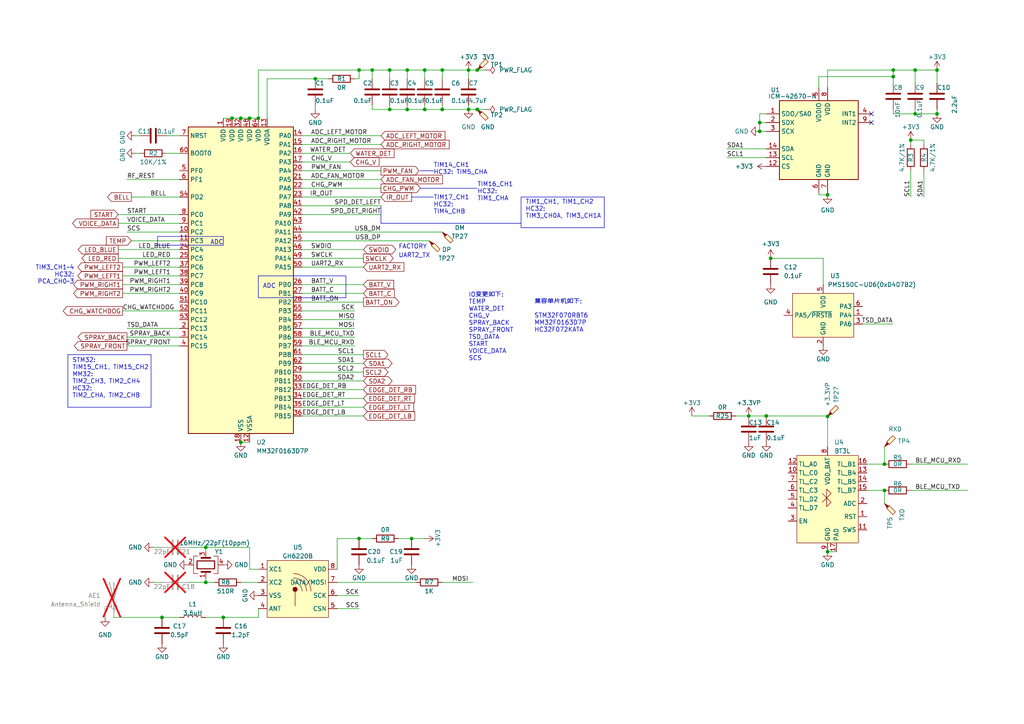
<source format=kicad_sch>
(kicad_sch (version 20230121) (generator eeschema)
  (paper "A4")
  (lib_symbols
    (symbol "+3V3_1" (power) (pin_names (offset 0))
      (property "Value" "+3V3_1" (at 0 3.556 0))
      (symbol "+3V3_1_0_1"
        (polyline (pts (xy -0.762 1.27) (xy 0 2.54)))
        (polyline (pts (xy 0 0) (xy 0 2.54)))
        (polyline (pts (xy 0 2.54) (xy 0.762 1.27)))
      )
      (symbol "+3V3_1_1_1"
        (pin power_in line (at 0 0 90) (length 0) hide (name "+3V3") (number "1"))
      )
    )
    (symbol "+3V3_2" (power) (pin_names (offset 0))
      (property "Value" "+3V3_2" (at 0 3.556 0))
      (symbol "+3V3_2_0_1"
        (polyline (pts (xy -0.762 1.27) (xy 0 2.54)))
        (polyline (pts (xy 0 0) (xy 0 2.54)))
        (polyline (pts (xy 0 2.54) (xy 0.762 1.27)))
      )
      (symbol "+3V3_2_1_1"
        (pin power_in line (at 0 0 90) (length 0) hide (name "+3V3") (number "1"))
      )
    )
    (symbol "Connector:TestPoint_Probe" (pin_numbers hide) (pin_names (offset 0.762) hide)
      (property "Reference" "TP" (at 1.651 5.842 0))
      (property "Value" "TestPoint_Probe" (at 1.651 4.064 0))
      (symbol "TestPoint_Probe_0_1"
        (polyline (pts (xy 1.27 0.762) (xy 0 0) (xy 0.762 1.27) (xy 1.27 0.762)) (fill (type outline)))
        (polyline (pts (xy 1.397 0.635) (xy 0.635 1.397) (xy 2.413 3.175) (xy 3.175 2.413) (xy 1.397 0.635)) (fill (type background)))
      )
      (symbol "TestPoint_Probe_1_1"
        (pin passive line (at 0 0 90) (length 0) (name "1") (number "1"))
      )
    )
    (symbol "Device:Antenna_Shield" (pin_numbers hide) (pin_names (offset 1.016) hide)
      (property "Reference" "AE" (at -1.905 4.445 0))
      (property "Value" "Antenna_Shield" (at -1.905 2.54 0))
      (symbol "Antenna_Shield_0_1"
        (arc (start -0.508 -1.143) (mid -0.8429 -2.1194) (end 0 -2.667))
        (arc (start 0 -2.667) (mid 0.7989 -2.1052) (end 0.508 -1.143))
        (polyline (pts (xy 0 -2.54) (xy 0 0)))
        (polyline (pts (xy 0 5.08) (xy 0 -3.81)) (stroke (width 0.254)))
        (polyline (pts (xy 0.762 -1.905) (xy 2.54 -1.905)))
        (polyline (pts (xy 2.54 -2.54) (xy 2.54 -1.905)))
        (polyline (pts (xy 1.27 5.08) (xy 0 0) (xy -1.27 5.08)) (stroke (width 0.254)))
        (circle (center 0.762 -1.905) (radius 0.1778) (fill (type outline)))
      )
      (symbol "Antenna_Shield_1_1"
        (pin input line (at 0 -5.08 90) (length 2.54) (name "A") (number "1"))
        (pin input line (at 2.54 -5.08 90) (length 2.54) (name "Shield") (number "2"))
      )
    )
    (symbol "Device:C" (pin_numbers hide) (pin_names (offset 0.254))
      (property "Reference" "C" (at 0.635 2.54 0))
      (property "Value" "C" (at 0.635 -2.54 0))
      (symbol "C_0_1"
        (polyline (pts (xy -2.032 -0.762) (xy 2.032 -0.762)) (stroke (width 0.508)))
        (polyline (pts (xy -2.032 0.762) (xy 2.032 0.762)) (stroke (width 0.508)))
      )
      (symbol "C_1_1"
        (pin passive line (at 0 3.81 270) (length 2.794) (name "~") (number "1"))
        (pin passive line (at 0 -3.81 90) (length 2.794) (name "~") (number "2"))
      )
    )
    (symbol "Device:Crystal_GND24" (pin_names (offset 1.016) hide)
      (property "Reference" "Y" (at 3.175 5.08 0))
      (property "Value" "Crystal_GND24" (at 3.175 3.175 0))
      (symbol "Crystal_GND24_0_1"
        (rectangle (start -1.143 2.54) (end 1.143 -2.54) (stroke (width 0.3048)))
        (polyline (pts (xy -2.54 0) (xy -2.032 0)))
        (polyline (pts (xy -2.032 -1.27) (xy -2.032 1.27)) (stroke (width 0.508)))
        (polyline (pts (xy 0 -3.81) (xy 0 -3.556)))
        (polyline (pts (xy 0 3.556) (xy 0 3.81)))
        (polyline (pts (xy 2.032 -1.27) (xy 2.032 1.27)) (stroke (width 0.508)))
        (polyline (pts (xy 2.032 0) (xy 2.54 0)))
        (polyline (pts (xy -2.54 -2.286) (xy -2.54 -3.556) (xy 2.54 -3.556) (xy 2.54 -2.286)))
        (polyline (pts (xy -2.54 2.286) (xy -2.54 3.556) (xy 2.54 3.556) (xy 2.54 2.286)))
      )
      (symbol "Crystal_GND24_1_1"
        (pin passive line (at -3.81 0 0) (length 1.27) (name "1") (number "1"))
        (pin passive line (at 0 5.08 270) (length 1.27) (name "2") (number "2"))
        (pin passive line (at 3.81 0 180) (length 1.27) (name "3") (number "3"))
        (pin passive line (at 0 -5.08 90) (length 1.27) (name "4") (number "4"))
      )
    )
    (symbol "Device:L" (pin_numbers hide) (pin_names (offset 1.016) hide)
      (property "Reference" "L" (at -1.27 0 90))
      (property "Value" "L" (at 1.905 0 90))
      (symbol "L_0_1"
        (arc (start 0 -2.54) (mid 0.6323 -1.905) (end 0 -1.27))
        (arc (start 0 -1.27) (mid 0.6323 -0.635) (end 0 0))
        (arc (start 0 0) (mid 0.6323 0.635) (end 0 1.27))
        (arc (start 0 1.27) (mid 0.6323 1.905) (end 0 2.54))
      )
      (symbol "L_1_1"
        (pin passive line (at 0 3.81 270) (length 1.27) (name "1") (number "1"))
        (pin passive line (at 0 -3.81 90) (length 1.27) (name "2") (number "2"))
      )
    )
    (symbol "Device:R" (pin_numbers hide) (pin_names (offset 0))
      (property "Reference" "R" (at 2.032 0 90))
      (property "Value" "R" (at 0 0 90))
      (symbol "R_0_1"
        (rectangle (start -1.016 -2.54) (end 1.016 2.54) (stroke (width 0.254)))
      )
      (symbol "R_1_1"
        (pin passive line (at 0 3.81 270) (length 1.27) (name "~") (number "1"))
        (pin passive line (at 0 -3.81 90) (length 1.27) (name "~") (number "2"))
      )
    )
    (symbol "GND_1" (power) (pin_names (offset 0))
      (property "Value" "GND_1" (at 0 -3.81 0))
      (symbol "GND_1_0_1"
        (polyline (pts (xy 0 0) (xy 0 -1.27) (xy 1.27 -1.27) (xy 0 -2.54) (xy -1.27 -1.27) (xy 0 -1.27)))
      )
      (symbol "GND_1_1_1"
        (pin power_in line (at 0 0 270) (length 0) hide (name "GND") (number "1"))
      )
    )
    (symbol "GND_2" (power) (pin_names (offset 0))
      (property "Value" "GND_2" (at 0 -3.81 0))
      (symbol "GND_2_0_1"
        (polyline (pts (xy 0 0) (xy 0 -1.27) (xy 1.27 -1.27) (xy 0 -2.54) (xy -1.27 -1.27) (xy 0 -1.27)))
      )
      (symbol "GND_2_1_1"
        (pin power_in line (at 0 0 270) (length 0) hide (name "GND") (number "1"))
      )
    )
    (symbol "GND_3" (power) (pin_names (offset 0))
      (property "Value" "GND_3" (at 0 -3.81 0))
      (symbol "GND_3_0_1"
        (polyline (pts (xy 0 0) (xy 0 -1.27) (xy 1.27 -1.27) (xy 0 -2.54) (xy -1.27 -1.27) (xy 0 -1.27)))
      )
      (symbol "GND_3_1_1"
        (pin power_in line (at 0 0 270) (length 0) hide (name "GND") (number "1"))
      )
    )
    (symbol "MCU_ST_STM32F0:STM32F070RBTx"
      (property "Reference" "U" (at -15.24 46.99 0))
      (property "Value" "STM32F070RBTx" (at 10.16 46.99 0))
      (symbol "STM32F070RBTx_0_1"
        (rectangle (start -15.24 -43.18) (end 15.24 45.72) (stroke (width 0.254)) (fill (type background)))
      )
      (symbol "STM32F070RBTx_1_1"
        (pin power_in line (at -5.08 48.26 270) (length 2.54) (name "VDD") (number "1"))
        (pin bidirectional line (at -17.78 15.24 0) (length 2.54) (name "PC2") (number "10"))
        (pin bidirectional line (at -17.78 12.7 0) (length 2.54) (name "PC3") (number "11"))
        (pin power_in line (at 2.54 -45.72 90) (length 2.54) (name "VSSA") (number "12"))
        (pin power_in line (at 7.62 48.26 270) (length 2.54) (name "VDDA") (number "13"))
        (pin bidirectional line (at 17.78 43.18 180) (length 2.54) (name "PA0") (number "14"))
        (pin bidirectional line (at 17.78 40.64 180) (length 2.54) (name "PA1") (number "15"))
        (pin bidirectional line (at 17.78 38.1 180) (length 2.54) (name "PA2") (number "16"))
        (pin bidirectional line (at 17.78 35.56 180) (length 2.54) (name "PA3") (number "17"))
        (pin power_in line (at 0 -45.72 90) (length 2.54) (name "VSS") (number "18"))
        (pin power_in line (at -2.54 48.26 270) (length 2.54) (name "VDD") (number "19"))
        (pin bidirectional line (at -17.78 -12.7 0) (length 2.54) (name "PC13") (number "2"))
        (pin bidirectional line (at 17.78 33.02 180) (length 2.54) (name "PA4") (number "20"))
        (pin bidirectional line (at 17.78 30.48 180) (length 2.54) (name "PA5") (number "21"))
        (pin bidirectional line (at 17.78 27.94 180) (length 2.54) (name "PA6") (number "22"))
        (pin bidirectional line (at 17.78 25.4 180) (length 2.54) (name "PA7") (number "23"))
        (pin bidirectional line (at -17.78 10.16 0) (length 2.54) (name "PC4") (number "24"))
        (pin bidirectional line (at -17.78 7.62 0) (length 2.54) (name "PC5") (number "25"))
        (pin bidirectional line (at 17.78 0 180) (length 2.54) (name "PB0") (number "26"))
        (pin bidirectional line (at 17.78 -2.54 180) (length 2.54) (name "PB1") (number "27"))
        (pin bidirectional line (at 17.78 -5.08 180) (length 2.54) (name "PB2") (number "28"))
        (pin bidirectional line (at 17.78 -25.4 180) (length 2.54) (name "PB10") (number "29"))
        (pin bidirectional line (at -17.78 -15.24 0) (length 2.54) (name "PC14") (number "3"))
        (pin bidirectional line (at 17.78 -27.94 180) (length 2.54) (name "PB11") (number "30"))
        (pin passive line (at 0 -45.72 90) (length 2.54) hide (name "VSS") (number "31"))
        (pin power_in line (at 0 48.26 270) (length 2.54) (name "VDD") (number "32"))
        (pin bidirectional line (at 17.78 -30.48 180) (length 2.54) (name "PB12") (number "33"))
        (pin bidirectional line (at 17.78 -33.02 180) (length 2.54) (name "PB13") (number "34"))
        (pin bidirectional line (at 17.78 -35.56 180) (length 2.54) (name "PB14") (number "35"))
        (pin bidirectional line (at 17.78 -38.1 180) (length 2.54) (name "PB15") (number "36"))
        (pin bidirectional line (at -17.78 5.08 0) (length 2.54) (name "PC6") (number "37"))
        (pin bidirectional line (at -17.78 2.54 0) (length 2.54) (name "PC7") (number "38"))
        (pin bidirectional line (at -17.78 0 0) (length 2.54) (name "PC8") (number "39"))
        (pin bidirectional line (at -17.78 -17.78 0) (length 2.54) (name "PC15") (number "4"))
        (pin bidirectional line (at -17.78 -2.54 0) (length 2.54) (name "PC9") (number "40"))
        (pin bidirectional line (at 17.78 22.86 180) (length 2.54) (name "PA8") (number "41"))
        (pin bidirectional line (at 17.78 20.32 180) (length 2.54) (name "PA9") (number "42"))
        (pin bidirectional line (at 17.78 17.78 180) (length 2.54) (name "PA10") (number "43"))
        (pin bidirectional line (at 17.78 15.24 180) (length 2.54) (name "PA11") (number "44"))
        (pin bidirectional line (at 17.78 12.7 180) (length 2.54) (name "PA12") (number "45"))
        (pin bidirectional line (at 17.78 10.16 180) (length 2.54) (name "PA13") (number "46"))
        (pin passive line (at 0 -45.72 90) (length 2.54) hide (name "VSS") (number "47"))
        (pin power_in line (at 2.54 48.26 270) (length 2.54) (name "VDD") (number "48"))
        (pin bidirectional line (at 17.78 7.62 180) (length 2.54) (name "PA14") (number "49"))
        (pin bidirectional line (at -17.78 33.02 0) (length 2.54) (name "PF0") (number "5"))
        (pin bidirectional line (at 17.78 5.08 180) (length 2.54) (name "PA15") (number "50"))
        (pin bidirectional line (at -17.78 -5.08 0) (length 2.54) (name "PC10") (number "51"))
        (pin bidirectional line (at -17.78 -7.62 0) (length 2.54) (name "PC11") (number "52"))
        (pin bidirectional line (at -17.78 -10.16 0) (length 2.54) (name "PC12") (number "53"))
        (pin bidirectional line (at -17.78 25.4 0) (length 2.54) (name "PD2") (number "54"))
        (pin bidirectional line (at 17.78 -7.62 180) (length 2.54) (name "PB3") (number "55"))
        (pin bidirectional line (at 17.78 -10.16 180) (length 2.54) (name "PB4") (number "56"))
        (pin bidirectional line (at 17.78 -12.7 180) (length 2.54) (name "PB5") (number "57"))
        (pin bidirectional line (at 17.78 -15.24 180) (length 2.54) (name "PB6") (number "58"))
        (pin bidirectional line (at 17.78 -17.78 180) (length 2.54) (name "PB7") (number "59"))
        (pin bidirectional line (at -17.78 30.48 0) (length 2.54) (name "PF1") (number "6"))
        (pin input line (at -17.78 38.1 0) (length 2.54) (name "BOOT0") (number "60"))
        (pin bidirectional line (at 17.78 -20.32 180) (length 2.54) (name "PB8") (number "61"))
        (pin bidirectional line (at 17.78 -22.86 180) (length 2.54) (name "PB9") (number "62"))
        (pin passive line (at 0 -45.72 90) (length 2.54) hide (name "VSS") (number "63"))
        (pin power_in line (at 5.08 48.26 270) (length 2.54) (name "VDD") (number "64"))
        (pin input line (at -17.78 43.18 0) (length 2.54) (name "NRST") (number "7"))
        (pin bidirectional line (at -17.78 20.32 0) (length 2.54) (name "PC0") (number "8"))
        (pin bidirectional line (at -17.78 17.78 0) (length 2.54) (name "PC1") (number "9"))
      )
    )
    (symbol "Ovo_MCU_Padauk:PMS150C-U06"
      (property "Reference" "U" (at 3.81 10.16 0))
      (property "Value" "PMS150C-U06" (at 8.89 7.62 0))
      (symbol "PMS150C-U06_0_1"
        (rectangle (start -8.89 6.35) (end 8.89 -6.35) (fill (type background)))
      )
      (symbol "PMS150C-U06_1_1"
        (pin bidirectional line (at 11.43 0 180) (length 2.54) (name "PA4") (number "1"))
        (pin power_in line (at 0 -8.89 90) (length 2.54) (name "GND") (number "2"))
        (pin bidirectional line (at 11.43 -2.54 180) (length 2.54) (name "PA6") (number "3"))
        (pin bidirectional line (at -11.43 0 0) (length 2.54) (name "PA5/~{PRSTB}") (number "4"))
        (pin power_in line (at 0 8.89 270) (length 2.54) (name "VDD") (number "5"))
        (pin bidirectional line (at 11.43 2.54 180) (length 2.54) (name "PA3") (number "6"))
      )
    )
    (symbol "Ovo_RF:GH6220B"
      (property "Reference" "U" (at -8.89 8.89 0))
      (property "Value" "GH6220B" (at -5.08 -10.16 0))
      (symbol "GH6220B_0_1"
        (rectangle (start -8.89 7.62) (end 8.89 -8.89) (fill (type background)))
        (circle (center -0.7619 -0.7619) (radius 0.635) (fill (type outline)))
        (polyline (pts (xy -0.7619 -0.7619) (xy -0.7619 -5.5879)))
        (arc (start 1.2701 -1.2699) (mid 0.5262 0.5262) (end -1.2699 1.2701))
        (arc (start 2.5401 -1.2699) (mid 1.4241 1.4241) (end -1.2699 2.5401))
        (arc (start 3.8101 -1.2699) (mid 2.3222 2.3222) (end -1.2699 3.8101))
      )
      (symbol "GH6220B_1_1"
        (pin passive line (at -11.43 5.08 0) (length 2.54) (name "XC1") (number "1"))
        (pin passive line (at -11.43 1.27 0) (length 2.54) (name "XC2") (number "2"))
        (pin passive line (at -11.43 -2.54 0) (length 2.54) (name "VSS") (number "3"))
        (pin passive line (at -11.43 -6.35 0) (length 2.54) (name "ANT") (number "4"))
        (pin input line (at 11.43 -6.35 180) (length 2.54) (name "CSN") (number "5"))
        (pin input line (at 11.43 -2.54 180) (length 2.54) (name "SCK") (number "6"))
        (pin input line (at 11.43 1.27 180) (length 2.54) (name "DATA/MOSI") (number "7"))
        (pin power_in line (at 11.43 5.08 180) (length 2.54) (name "VDD") (number "8"))
      )
    )
    (symbol "Ovo_RF_Bluetooth:BT3L"
      (property "Reference" "U" (at -7.62 13.97 0))
      (property "Value" "BT3L" (at -6.35 -13.97 0))
      (symbol "BT3L_0_1"
        (rectangle (start -8.89 12.7) (end 8.89 -12.7) (fill (type background)))
        (polyline (pts (xy -0.254 0.381) (xy -1.524 -0.889)))
        (polyline (pts (xy -0.254 2.921) (xy -0.254 -2.159)))
        (polyline (pts (xy -0.254 2.921) (xy 1.016 1.651) (xy -0.254 0.381) (xy 1.016 -0.889) (xy -0.254 -2.159) (xy -0.254 0.381) (xy -1.524 1.651)))
      )
      (symbol "BT3L_1_1"
        (pin input line (at 11.43 -5.08 180) (length 2.54) (name "RST") (number "1"))
        (pin bidirectional line (at -11.43 7.62 0) (length 2.54) (name "TL_C0") (number "10"))
        (pin bidirectional line (at 11.43 -8.89 180) (length 2.54) (name "SWS") (number "11"))
        (pin bidirectional line (at -11.43 10.16 0) (length 2.54) (name "TL_A0") (number "12"))
        (pin bidirectional line (at 11.43 7.62 180) (length 2.54) (name "TL_B4") (number "13"))
        (pin bidirectional line (at 11.43 5.08 180) (length 2.54) (name "TL_B5") (number "14"))
        (pin bidirectional line (at 11.43 2.54 180) (length 2.54) (name "TL_B7") (number "15"))
        (pin bidirectional line (at 11.43 10.16 180) (length 2.54) (name "TL_B1") (number "16"))
        (pin power_in line (at 2.54 -15.24 90) (length 2.54) (name "PAD") (number "17"))
        (pin input line (at 11.43 -1.27 180) (length 2.54) (name "ADC") (number "2"))
        (pin input line (at -11.43 -6.35 0) (length 2.54) (name "EN") (number "3"))
        (pin bidirectional line (at -11.43 -2.54 0) (length 2.54) (name "TL_D7") (number "4"))
        (pin bidirectional line (at -11.43 0 0) (length 2.54) (name "TL_D2") (number "5"))
        (pin bidirectional line (at -11.43 2.54 0) (length 2.54) (name "TL_C3") (number "6"))
        (pin bidirectional line (at -11.43 5.08 0) (length 2.54) (name "TL_C2") (number "7"))
        (pin power_in line (at 0 15.24 270) (length 2.54) (name "VDD_BAT") (number "8"))
        (pin power_in line (at 0 -15.24 90) (length 2.54) (name "GND") (number "9"))
      )
    )
    (symbol "Sensor_Motion:LSM6DS3"
      (property "Reference" "U" (at -11.43 15.24 0))
      (property "Value" "LSM6DS3" (at -11.43 12.7 0))
      (symbol "LSM6DS3_0_1"
        (rectangle (start 11.43 11.43) (end -11.43 -11.43) (stroke (width 0.254)) (fill (type background)))
      )
      (symbol "LSM6DS3_1_1"
        (pin bidirectional line (at -15.24 7.62 0) (length 3.81) (name "SDO/SA0") (number "1"))
        (pin no_connect line (at 10.16 -5.08 180) (length 3.81) hide (name "NC") (number "10"))
        (pin no_connect line (at 10.16 -2.54 180) (length 3.81) hide (name "NC") (number "11"))
        (pin input line (at -15.24 -7.62 0) (length 3.81) (name "CS") (number "12"))
        (pin input line (at -15.24 -5.08 0) (length 3.81) (name "SCL") (number "13"))
        (pin bidirectional line (at -15.24 -2.54 0) (length 3.81) (name "SDA") (number "14"))
        (pin bidirectional line (at -15.24 5.08 0) (length 3.81) (name "SDX") (number "2"))
        (pin input line (at -15.24 2.54 0) (length 3.81) (name "SCX") (number "3"))
        (pin output line (at 15.24 7.62 180) (length 3.81) (name "INT1") (number "4"))
        (pin power_in line (at 0 15.24 270) (length 3.81) (name "VDDIO") (number "5"))
        (pin power_in line (at 0 -15.24 90) (length 3.81) (name "GND") (number "6"))
        (pin power_in line (at 2.54 -15.24 90) (length 3.81) (name "GND") (number "7"))
        (pin power_in line (at 2.54 15.24 270) (length 3.81) (name "VDD") (number "8"))
        (pin output line (at 15.24 5.08 180) (length 3.81) (name "INT2") (number "9"))
      )
    )
    (symbol "power:+3.3VP" (power) (pin_names (offset 0))
      (property "Value" "+3.3VP" (at 0 2.54 0))
      (symbol "+3.3VP_0_0"
        (pin power_in line (at 0 0 90) (length 0) hide (name "+3.3VP") (number "1"))
      )
      (symbol "+3.3VP_0_1"
        (polyline (pts (xy -0.762 1.27) (xy 0 2.54)))
        (polyline (pts (xy 0 0) (xy 0 2.54)))
        (polyline (pts (xy 0 2.54) (xy 0.762 1.27)))
      )
    )
    (symbol "power:+3V3" (power) (pin_names (offset 0))
      (property "Value" "+3V3" (at 0 3.556 0))
      (symbol "+3V3_0_1"
        (polyline (pts (xy -0.762 1.27) (xy 0 2.54)))
        (polyline (pts (xy 0 0) (xy 0 2.54)))
        (polyline (pts (xy 0 2.54) (xy 0.762 1.27)))
      )
      (symbol "+3V3_1_1"
        (pin power_in line (at 0 0 90) (length 0) hide (name "+3V3") (number "1"))
      )
    )
    (symbol "power:GND" (power) (pin_names (offset 0))
      (property "Value" "GND" (at 0 -3.81 0))
      (symbol "GND_0_1"
        (polyline (pts (xy 0 0) (xy 0 -1.27) (xy 1.27 -1.27) (xy 0 -2.54) (xy -1.27 -1.27) (xy 0 -1.27)))
      )
      (symbol "GND_1_1"
        (pin power_in line (at 0 0 270) (length 0) hide (name "GND") (number "1"))
      )
    )
    (symbol "power:PWR_FLAG" (power) (pin_numbers hide) (pin_names (offset 0) hide)
      (property "Value" "PWR_FLAG" (at 0 3.81 0))
      (symbol "PWR_FLAG_0_0"
        (pin power_out line (at 0 0 90) (length 0) (name "pwr") (number "1"))
      )
      (symbol "PWR_FLAG_0_1"
        (polyline (pts (xy 0 0) (xy 0 1.27) (xy -1.016 1.905) (xy 0 2.54) (xy 1.016 1.905) (xy 0 1.27)))
      )
    )
  )
  (junction (at 265.43 20.32))
  (junction (at 264.16 40.64))
  (junction (at 119.38 156.21))
  (junction (at 222.25 120.65))
  (junction (at 67.31 34.29))
  (junction (at 240.03 160.02))
  (junction (at 271.78 33.02))
  (junction (at 72.39 34.29))
  (junction (at 113.03 31.75))
  (junction (at 220.345 35.56))
  (junction (at 69.85 128.27))
  (junction (at 59.69 168.91))
  (junction (at 107.95 20.32))
  (junction (at 118.11 31.75))
  (junction (at 135.89 20.32))
  (junction (at 240.03 56.515))
  (junction (at 256.54 134.62))
  (junction (at 74.93 34.29))
  (junction (at 113.03 20.32))
  (junction (at 135.89 31.75))
  (junction (at 64.77 179.07))
  (junction (at 223.52 74.93))
  (junction (at 138.43 31.75))
  (junction (at 240.03 120.777))
  (junction (at 128.27 31.75))
  (junction (at 220.345 38.1))
  (junction (at 69.85 34.29))
  (junction (at 138.43 20.32))
  (junction (at 259.08 20.32))
  (junction (at 59.69 158.75))
  (junction (at 104.14 156.21))
  (junction (at 259.08 22.225))
  (junction (at 91.44 22.86))
  (junction (at 256.54 142.24))
  (junction (at 128.27 20.32))
  (junction (at 123.19 20.32))
  (junction (at 271.78 20.32))
  (junction (at 104.14 20.32))
  (junction (at 265.43 33.02))
  (junction (at 118.11 20.32))
  (junction (at 46.99 179.07))
  (junction (at 217.17 120.65))
  (junction (at 123.19 31.75))
  (no_connect (at 252.73 33.02))
  (no_connect (at 252.73 35.56))
  (wire (pts (xy 34.29 72.39) (xy 52.07 72.39)))
  (wire (pts (xy 87.63 107.95) (xy 105.41 107.95)))
  (wire (pts (xy 107.95 30.48) (xy 107.95 31.75)))
  (wire (pts (xy 102.87 100.33) (xy 87.63 100.33)))
  (wire (pts (xy 54.61 158.75) (xy 59.69 158.75)))
  (wire (pts (xy 102.87 97.79) (xy 87.63 97.79)))
  (wire (pts (xy 220.345 38.1) (xy 222.25 38.1)))
  (polyline (pts (xy 19.685 118.11) (xy 43.815 118.11)))
  (wire (pts (xy 250.19 93.98) (xy 258.953 93.98)))
  (wire (pts (xy 104.14 172.72) (xy 97.79 172.72)))
  (wire (pts (xy 104.14 20.32) (xy 104.14 22.86)))
  (wire (pts (xy 264.16 142.24) (xy 280.67 142.24)))
  (wire (pts (xy 265.43 20.32) (xy 265.43 24.13)))
  (wire (pts (xy 104.14 176.53) (xy 97.79 176.53)))
  (wire (pts (xy 104.14 156.21) (xy 107.95 156.21)))
  (wire (pts (xy 105.41 105.41) (xy 87.63 105.41)))
  (wire (pts (xy 36.83 67.31) (xy 52.07 67.31)))
  (wire (pts (xy 52.07 80.01) (xy 35.56 80.01)))
  (wire (pts (xy 138.43 20.32) (xy 140.97 20.32)))
  (wire (pts (xy 135.89 20.32) (xy 135.89 22.86)))
  (wire (pts (xy 38.1 69.85) (xy 52.07 69.85)))
  (polyline (pts (xy 121.92 49.53) (xy 125.73 49.53)))
  (wire (pts (xy 87.63 87.63) (xy 105.41 87.63)))
  (wire (pts (xy 72.39 34.29) (xy 74.93 34.29)))
  (wire (pts (xy 105.41 120.65) (xy 87.63 120.65)))
  (wire (pts (xy 265.43 20.32) (xy 271.78 20.32)))
  (wire (pts (xy 36.83 100.33) (xy 52.07 100.33)))
  (wire (pts (xy 237.49 56.515) (xy 240.03 56.515)))
  (wire (pts (xy 74.93 20.32) (xy 74.93 34.29)))
  (wire (pts (xy 113.03 31.75) (xy 118.11 31.75)))
  (wire (pts (xy 52.07 77.47) (xy 35.56 77.47)))
  (wire (pts (xy 69.85 168.91) (xy 74.93 168.91)))
  (wire (pts (xy 123.19 20.32) (xy 123.19 22.86)))
  (wire (pts (xy 97.79 156.21) (xy 104.14 156.21)))
  (wire (pts (xy 72.39 158.75) (xy 72.39 165.1)))
  (wire (pts (xy 59.69 168.91) (xy 54.61 168.91)))
  (wire (pts (xy 220.345 35.56) (xy 220.345 33.02)))
  (wire (pts (xy 69.85 128.27) (xy 72.39 128.27)))
  (wire (pts (xy 105.41 118.11) (xy 87.63 118.11)))
  (wire (pts (xy 123.19 20.32) (xy 128.27 20.32)))
  (wire (pts (xy 104.14 20.32) (xy 74.93 20.32)))
  (wire (pts (xy 264.16 41.91) (xy 264.16 40.64)))
  (wire (pts (xy 87.63 57.15) (xy 110.49 57.15)))
  (wire (pts (xy 267.97 49.53) (xy 267.97 57.15)))
  (wire (pts (xy 39.37 39.37) (xy 40.64 39.37)))
  (wire (pts (xy 34.29 62.23) (xy 52.07 62.23)))
  (wire (pts (xy 59.69 158.75) (xy 72.39 158.75)))
  (wire (pts (xy 264.16 40.64) (xy 267.97 40.64)))
  (wire (pts (xy 74.93 179.07) (xy 64.77 179.07)))
  (wire (pts (xy 59.69 168.91) (xy 62.23 168.91)))
  (wire (pts (xy 240.03 120.65) (xy 240.03 120.777)))
  (wire (pts (xy 107.95 31.75) (xy 113.03 31.75)))
  (polyline (pts (xy 110.49 59.69) (xy 110.49 64.77)))
  (wire (pts (xy 123.19 30.48) (xy 123.19 31.75)))
  (wire (pts (xy 264.16 49.53) (xy 264.16 57.15)))
  (wire (pts (xy 102.87 22.86) (xy 104.14 22.86)))
  (wire (pts (xy 91.44 22.86) (xy 95.25 22.86)))
  (wire (pts (xy 113.03 20.32) (xy 113.03 22.86)))
  (wire (pts (xy 102.87 90.17) (xy 87.63 90.17)))
  (polyline (pts (xy 119.38 57.15) (xy 125.73 57.15)))
  (wire (pts (xy 36.83 97.79) (xy 52.07 97.79)))
  (wire (pts (xy 36.83 95.25) (xy 52.07 95.25)))
  (wire (pts (xy 52.07 179.07) (xy 46.99 179.07)))
  (wire (pts (xy 87.63 110.49) (xy 105.41 110.49)))
  (wire (pts (xy 101.6 44.45) (xy 87.63 44.45)))
  (wire (pts (xy 220.345 33.02) (xy 222.25 33.02)))
  (wire (pts (xy 34.29 64.77) (xy 52.07 64.77)))
  (wire (pts (xy 128.27 30.48) (xy 128.27 31.75)))
  (wire (pts (xy 87.63 85.09) (xy 105.41 85.09)))
  (wire (pts (xy 135.89 31.75) (xy 135.89 30.48)))
  (wire (pts (xy 36.83 52.07) (xy 52.07 52.07)))
  (wire (pts (xy 118.11 31.75) (xy 123.19 31.75)))
  (wire (pts (xy 105.41 113.03) (xy 87.63 113.03)))
  (wire (pts (xy 48.26 39.37) (xy 52.07 39.37)))
  (wire (pts (xy 210.82 45.72) (xy 222.25 45.72)))
  (wire (pts (xy 223.52 74.93) (xy 238.76 74.93)))
  (wire (pts (xy 107.95 20.32) (xy 107.95 22.86)))
  (wire (pts (xy 220.345 38.1) (xy 220.345 35.56)))
  (wire (pts (xy 87.63 39.37) (xy 110.49 39.37)))
  (wire (pts (xy 69.85 34.29) (xy 72.39 34.29)))
  (wire (pts (xy 35.56 90.17) (xy 52.07 90.17)))
  (wire (pts (xy 240.03 160.02) (xy 242.57 160.02)))
  (wire (pts (xy 256.54 129.54) (xy 256.54 134.62)))
  (wire (pts (xy 128.27 31.75) (xy 135.89 31.75)))
  (wire (pts (xy 259.08 22.225) (xy 259.08 24.13)))
  (wire (pts (xy 256.54 142.24) (xy 256.54 146.05)))
  (wire (pts (xy 52.07 85.09) (xy 35.56 85.09)))
  (wire (pts (xy 128.27 20.32) (xy 135.89 20.32)))
  (wire (pts (xy 217.17 120.65) (xy 222.25 120.65)))
  (wire (pts (xy 72.39 165.1) (xy 74.93 165.1)))
  (wire (pts (xy 120.65 168.91) (xy 97.79 168.91)))
  (wire (pts (xy 87.63 77.47) (xy 105.41 77.47)))
  (wire (pts (xy 123.19 31.75) (xy 128.27 31.75)))
  (wire (pts (xy 87.63 62.23) (xy 110.49 62.23)))
  (wire (pts (xy 123.19 156.21) (xy 119.38 156.21)))
  (wire (pts (xy 87.63 41.91) (xy 110.49 41.91)))
  (wire (pts (xy 259.08 20.32) (xy 265.43 20.32)))
  (wire (pts (xy 237.49 55.88) (xy 237.49 56.515)))
  (wire (pts (xy 74.93 179.07) (xy 74.93 176.53)))
  (wire (pts (xy 38.1 57.15) (xy 52.07 57.15)))
  (wire (pts (xy 77.47 22.86) (xy 77.47 34.29)))
  (wire (pts (xy 259.08 33.02) (xy 265.43 33.02)))
  (wire (pts (xy 87.63 69.85) (xy 124.46 69.85)))
  (wire (pts (xy 259.08 22.225) (xy 237.49 22.225)))
  (wire (pts (xy 240.03 20.32) (xy 259.08 20.32)))
  (wire (pts (xy 251.46 142.24) (xy 256.54 142.24)))
  (wire (pts (xy 135.89 20.32) (xy 138.43 20.32)))
  (wire (pts (xy 210.82 43.18) (xy 222.25 43.18)))
  (wire (pts (xy 33.02 179.07) (xy 46.99 179.07)))
  (wire (pts (xy 87.63 59.69) (xy 110.49 59.69)))
  (wire (pts (xy 59.69 158.75) (xy 59.69 160.02)))
  (wire (pts (xy 91.44 22.86) (xy 77.47 22.86)))
  (wire (pts (xy 238.76 74.93) (xy 238.76 82.55)))
  (wire (pts (xy 87.63 49.53) (xy 110.49 49.53)))
  (wire (pts (xy 220.345 35.56) (xy 222.25 35.56)))
  (wire (pts (xy 137.16 168.91) (xy 128.27 168.91)))
  (wire (pts (xy 64.77 34.29) (xy 67.31 34.29)))
  (wire (pts (xy 87.63 54.61) (xy 110.49 54.61)))
  (polyline (pts (xy 19.685 102.87) (xy 43.815 102.87)))
  (wire (pts (xy 113.03 30.48) (xy 113.03 31.75)))
  (wire (pts (xy 97.79 165.1) (xy 97.79 156.21)))
  (wire (pts (xy 271.78 33.02) (xy 271.78 31.75)))
  (wire (pts (xy 264.16 134.62) (xy 280.67 134.62)))
  (wire (pts (xy 107.95 20.32) (xy 104.14 20.32)))
  (wire (pts (xy 102.87 95.25) (xy 87.63 95.25)))
  (wire (pts (xy 102.87 92.71) (xy 87.63 92.71)))
  (wire (pts (xy 118.11 22.86) (xy 118.11 20.32)))
  (wire (pts (xy 200.66 120.65) (xy 205.74 120.65)))
  (wire (pts (xy 138.43 31.75) (xy 140.97 31.75)))
  (polyline (pts (xy 19.685 102.87) (xy 19.685 118.11)))
  (polyline (pts (xy 121.92 54.61) (xy 138.43 54.61)))
  (wire (pts (xy 46.99 158.75) (xy 44.45 158.75)))
  (wire (pts (xy 87.63 67.31) (xy 128.27 67.31)))
  (wire (pts (xy 48.26 44.45) (xy 52.07 44.45)))
  (polyline (pts (xy 43.815 118.11) (xy 43.815 102.87)))
  (wire (pts (xy 267.97 40.64) (xy 267.97 41.91)))
  (wire (pts (xy 222.25 120.65) (xy 240.03 120.65)))
  (wire (pts (xy 259.08 33.02) (xy 259.08 31.75)))
  (wire (pts (xy 240.03 56.515) (xy 240.03 55.88)))
  (wire (pts (xy 113.03 20.32) (xy 118.11 20.32)))
  (wire (pts (xy 213.36 120.65) (xy 217.17 120.65)))
  (wire (pts (xy 59.69 167.64) (xy 59.69 168.91)))
  (wire (pts (xy 46.99 168.91) (xy 44.45 168.91)))
  (wire (pts (xy 105.41 115.57) (xy 87.63 115.57)))
  (wire (pts (xy 52.07 82.55) (xy 35.56 82.55)))
  (wire (pts (xy 87.63 52.07) (xy 110.49 52.07)))
  (wire (pts (xy 259.08 20.32) (xy 259.08 22.225)))
  (wire (pts (xy 87.63 72.39) (xy 105.41 72.39)))
  (wire (pts (xy 87.63 74.93) (xy 105.41 74.93)))
  (wire (pts (xy 128.27 20.32) (xy 128.27 22.86)))
  (wire (pts (xy 240.03 120.777) (xy 240.03 129.54)))
  (wire (pts (xy 87.63 82.55) (xy 105.41 82.55)))
  (wire (pts (xy 135.89 31.75) (xy 138.43 31.75)))
  (polyline (pts (xy 110.49 64.77) (xy 151.13 64.77)))
  (wire (pts (xy 240.03 25.4) (xy 240.03 20.32)))
  (wire (pts (xy 39.37 44.45) (xy 40.64 44.45)))
  (wire (pts (xy 118.11 20.32) (xy 123.19 20.32)))
  (wire (pts (xy 113.03 20.32) (xy 107.95 20.32)))
  (wire (pts (xy 59.69 179.07) (xy 64.77 179.07)))
  (wire (pts (xy 271.78 20.32) (xy 271.78 24.13)))
  (wire (pts (xy 91.44 31.75) (xy 91.44 30.48)))
  (wire (pts (xy 251.46 134.62) (xy 256.54 134.62)))
  (wire (pts (xy 105.41 102.87) (xy 87.63 102.87)))
  (wire (pts (xy 87.63 46.99) (xy 101.6 46.99)))
  (wire (pts (xy 118.11 30.48) (xy 118.11 31.75)))
  (wire (pts (xy 34.29 74.93) (xy 52.07 74.93)))
  (wire (pts (xy 265.43 33.02) (xy 271.78 33.02)))
  (wire (pts (xy 67.31 34.29) (xy 69.85 34.29)))
  (wire (pts (xy 115.57 156.21) (xy 119.38 156.21)))
  (wire (pts (xy 237.49 22.225) (xy 237.49 25.4)))
  (wire (pts (xy 265.43 33.02) (xy 265.43 31.75)))
  (rectangle (start 74.93 80.01) (end 100.33 86.36))
  (rectangle (start 151.13 57.15) (end 175.26 66.04))
  (rectangle (start 45.72 68.58) (end 64.77 71.12))
  (text "TIM14_CH1\nHC32: TIM5_CHA" (at 125.73 50.8 0) (effects (font (size 1.27 1.27)) (justify left bottom)))
  (text "UART2_TX" (at 115.57 74.93 0) (effects (font (size 1.27 1.27)) (justify left bottom)))
  (text "TIM3_CH1~4\nHC32:\nPCA_CH0~3" (at 21.59 82.55 0) (effects (font (size 1.27 1.27)) (justify right bottom)))
  (text "IO变更如下:\nTEMP\nWATER_DET\nCHG_V\nSPRAY_BACK\nSPRAY_FRONT\nTSD_DATA\nSTART\nVOICE_DATA\nSCS" (at 135.89 104.775 0) (effects (font (size 1.27 1.27)) (justify left bottom)))
  (text "FACTORY" (at 115.57 72.39 0) (effects (font (size 1.27 1.27)) (justify left bottom)))
  (text "ADC" (at 76.2 83.82 0) (effects (font (size 1.27 1.27)) (justify left bottom)))
  (text "兼容单片机如下:\n\nSTM32F070RBT6\nMM32F0163D7P\nHC32F072KATA" (at 154.94 96.52 0) (effects (font (size 1.27 1.27)) (justify left bottom)))
  (text "ADC" (at 60.96 71.12 0) (effects (font (size 1.27 1.27)) (justify left bottom)))
  (text "TIM17_CH1\nHC32:\nTIM4_CHB\n" (at 125.73 62.23 0) (effects (font (size 1.27 1.27)) (justify left bottom)))
  (text "TIM1_CH1, TIM1_CH2\nHC32:\nTIM3_CH0A, TIM3_CH1A\n" (at 152.4 63.5 0) (effects (font (size 1.27 1.27)) (justify left bottom)))
  (text "TIM16_CH1\nHC32:\nTIM1_CHA" (at 138.43 58.42 0) (effects (font (size 1.27 1.27)) (justify left bottom)))
  (text "STM32:\nTIM15_CH1, TIM15_CH2\nMM32:\nTIM2_CH3, TIM2_CH4\nHC32:\nTIM2_CHA, TIM2_CHB\n" (at 20.955 115.57 0) (effects (font (size 1.27 1.27)) (justify left bottom)))
  (label "BELL" (at 48.26 57.15 180))
  (label "MOSI" (at 135.89 168.91 180))
  (label "USB_DP" (at 110.49 69.85 180))
  (label "BLE_MCU_RXD" (at 265.43 134.62 0))
  (label "TSD_DATA" (at 36.83 95.25 0))
  (label "PWM_FAN" (at 90.17 49.53 0))
  (label "SCK" (at 102.87 90.17 180))
  (label "CHG_PWM" (at 90.17 54.61 0))
  (label "SCL1" (at 210.82 45.72 0))
  (label "SCK" (at 104.14 172.72 180))
  (label "BATT_ON" (at 90.17 87.63 0))
  (label "START" (at 36.83 62.23 0))
  (label "MOSI" (at 102.87 95.25 180))
  (label "BLE_MCU_TXD" (at 102.87 97.79 180))
  (label "SDA1" (at 102.87 105.41 180))
  (label "SPRAY_FRONT" (at 49.53 100.33 180))
  (label "UART2_RX" (at 90.17 77.47 0))
  (label "VOICE_DATA" (at 36.83 64.77 0))
  (label "BLE_MCU_RXD" (at 102.87 100.33 180))
  (label "SPD_DET_RIGHT" (at 110.49 62.23 180))
  (label "SDA1" (at 267.97 57.15 90))
  (label "EDGE_DET_LB" (at 87.63 120.65 0))
  (label "MISO" (at 102.87 92.71 180))
  (label "EDGE_DET_RB" (at 87.63 113.03 0))
  (label "SCS" (at 104.14 176.53 180))
  (label "SCL2" (at 97.79 107.95 0))
  (label "BATT_C" (at 90.17 85.09 0))
  (label "SDA2" (at 97.79 110.49 0))
  (label "SWDIO" (at 90.17 72.39 0))
  (label "SPRAY_BACK" (at 49.53 97.79 180))
  (label "SWCLK" (at 90.17 74.93 0))
  (label "PWM_RIGHT1" (at 49.53 82.55 180))
  (label "ADC_RIGHT_MOTOR" (at 90.17 41.91 0))
  (label "SCS" (at 36.83 67.31 0))
  (label "SDA1" (at 210.82 43.18 0))
  (label "SCL1" (at 102.87 102.87 180))
  (label "EDGE_DET_RT" (at 87.63 115.57 0))
  (label "BLE_MCU_TXD" (at 265.43 142.24 0))
  (label "PWM_RIGHT2" (at 49.53 85.09 180))
  (label "PWM_LEFT2" (at 49.53 77.47 180))
  (label "WATER_DET" (at 100.33 44.45 180))
  (label "TSD_DATA" (at 258.953 93.98 180))
  (label "BATT_V" (at 90.17 82.55 0))
  (label "IR_OUT" (at 96.52 57.15 180))
  (label "USB_DM" (at 110.49 67.31 180))
  (label "RF_REST" (at 36.83 52.07 0))
  (label "CHG_WATCHDOG" (at 35.56 90.17 0))
  (label "ADC_FAN_MOTOR" (at 90.17 52.07 0))
  (label "LED_BLUE" (at 49.53 72.39 180))
  (label "LED_RED" (at 49.53 74.93 180))
  (label "SPD_DET_LEFT" (at 110.49 59.69 180))
  (label "ADC_LEFT_MOTOR" (at 90.17 39.37 0))
  (label "EDGE_DET_LT" (at 87.63 118.11 0))
  (label "PWM_LEFT1" (at 49.53 80.01 180))
  (label "CHG_V" (at 90.17 46.99 0))
  (label "SCL1" (at 264.16 57.15 90))
  (global_label "SPRAY_BACK" (shape output) (at 36.83 97.79 180) (property "Intersheetrefs" "${INTERSHEET_REFS}" (effects hide)))
  (global_label "UART2_RX" (shape input) (at 105.41 77.47 0) (property "Intersheetrefs" "${INTERSHEET_REFS}" (effects hide)))
  (global_label "CHG_PWM" (shape output) (at 110.49 54.61 0) (property "Intersheetrefs" "${INTERSHEET_REFS}" (effects hide)))
  (global_label "PWM_RIGHT2" (shape output) (at 35.56 85.09 180) (property "Intersheetrefs" "${INTERSHEET_REFS}" (effects hide)))
  (global_label "EDGE_DET_RB" (shape input) (at 105.41 113.03 0) (property "Intersheetrefs" "${INTERSHEET_REFS}" (effects hide)))
  (global_label "SDA1" (shape bidirectional) (at 105.41 105.41 0) (property "Intersheetrefs" "${INTERSHEET_REFS}" (effects hide)))
  (global_label "IR_OUT" (shape input) (at 110.49 57.15 0) (property "Intersheetrefs" "${INTERSHEET_REFS}" (effects hide)))
  (global_label "EDGE_DET_LT" (shape input) (at 105.41 118.11 0) (property "Intersheetrefs" "${INTERSHEET_REFS}" (effects hide)))
  (global_label "ADC_FAN_MOTOR" (shape input) (at 110.49 52.07 0) (property "Intersheetrefs" "${INTERSHEET_REFS}" (effects hide)))
  (global_label "PWM_RIGHT1" (shape output) (at 35.56 82.55 180) (property "Intersheetrefs" "${INTERSHEET_REFS}" (effects hide)))
  (global_label "SWCLK" (shape output) (at 105.41 74.93 0) (property "Intersheetrefs" "${INTERSHEET_REFS}" (effects hide)))
  (global_label "SCL2" (shape output) (at 105.41 107.95 0) (property "Intersheetrefs" "${INTERSHEET_REFS}" (effects hide)))
  (global_label "BATT_V" (shape input) (at 105.41 82.55 0) (property "Intersheetrefs" "${INTERSHEET_REFS}" (effects hide)))
  (global_label "BATT_ON" (shape output) (at 105.41 87.63 0) (property "Intersheetrefs" "${INTERSHEET_REFS}" (effects hide)))
  (global_label "LED_BLUE" (shape output) (at 34.29 72.39 180) (property "Intersheetrefs" "${INTERSHEET_REFS}" (effects hide)))
  (global_label "SPRAY_FRONT" (shape output) (at 36.83 100.33 180) (property "Intersheetrefs" "${INTERSHEET_REFS}" (effects hide)))
  (global_label "VOICE_DATA" (shape output) (at 34.29 64.77 180) (property "Intersheetrefs" "${INTERSHEET_REFS}" (effects hide)))
  (global_label "TEMP" (shape input) (at 38.1 69.85 180) (property "Intersheetrefs" "${INTERSHEET_REFS}" (effects hide)))
  (global_label "LED_RED" (shape output) (at 34.29 74.93 180) (property "Intersheetrefs" "${INTERSHEET_REFS}" (effects hide)))
  (global_label "EDGE_DET_RT" (shape input) (at 105.41 115.57 0) (property "Intersheetrefs" "${INTERSHEET_REFS}" (effects hide)))
  (global_label "CHG_WATCHDOG" (shape output) (at 35.56 90.17 180) (property "Intersheetrefs" "${INTERSHEET_REFS}" (effects hide)))
  (global_label "PWM_LEFT2" (shape output) (at 35.56 77.47 180) (property "Intersheetrefs" "${INTERSHEET_REFS}" (effects hide)))
  (global_label "BATT_C" (shape input) (at 105.41 85.09 0) (property "Intersheetrefs" "${INTERSHEET_REFS}" (effects hide)))
  (global_label "PWM_FAN" (shape output) (at 110.49 49.53 0) (property "Intersheetrefs" "${INTERSHEET_REFS}" (effects hide)))
  (global_label "ADC_LEFT_MOTOR" (shape input) (at 110.49 39.37 0) (property "Intersheetrefs" "${INTERSHEET_REFS}" (effects hide)))
  (global_label "CHG_V" (shape input) (at 101.6 46.99 0) (property "Intersheetrefs" "${INTERSHEET_REFS}" (effects hide)))
  (global_label "SDA2" (shape bidirectional) (at 105.41 110.49 0) (property "Intersheetrefs" "${INTERSHEET_REFS}" (effects hide)))
  (global_label "SWDIO" (shape bidirectional) (at 105.41 72.39 0) (property "Intersheetrefs" "${INTERSHEET_REFS}" (effects hide)))
  (global_label "EDGE_DET_LB" (shape input) (at 105.41 120.65 0) (property "Intersheetrefs" "${INTERSHEET_REFS}" (effects hide)))
  (global_label "START" (shape input) (at 34.29 62.23 180) (property "Intersheetrefs" "${INTERSHEET_REFS}" (effects hide)))
  (global_label "SCL1" (shape output) (at 105.41 102.87 0) (property "Intersheetrefs" "${INTERSHEET_REFS}" (effects hide)))
  (global_label "PWM_LEFT1" (shape output) (at 35.56 80.01 180) (property "Intersheetrefs" "${INTERSHEET_REFS}" (effects hide)))
  (global_label "ADC_RIGHT_MOTOR" (shape input) (at 110.49 41.91 0) (property "Intersheetrefs" "${INTERSHEET_REFS}" (effects hide)))
  (global_label "BELL" (shape output) (at 38.1 57.15 180) (property "Intersheetrefs" "${INTERSHEET_REFS}" (effects hide)))
  (global_label "WATER_DET" (shape input) (at 101.6 44.45 0) (property "Intersheetrefs" "${INTERSHEET_REFS}" (effects hide)))
  (symbol (lib_name "GND_1") (lib_id "power:GND") (at 64.77 186.69 0) (mirror y) (unit 1)
    (property "Reference" "#PWR020" (effects hide))
    (property "Value" "GND" (at 64.77 190.5 0))
  )
  (symbol (lib_id "power:+3V3") (at 264.16 40.64 0) (unit 1)
    (property "Reference" "#PWR08" (effects hide))
    (property "Value" "+3V3" (at 264.16 36.83 0))
  )
  (symbol (lib_id "Connector:TestPoint_Probe") (at 128.27 67.31 270) (unit 1)
    (property "Reference" "TP27" (at 133.35 68.58 90))
    (property "Value" "DM" (at 133.35 66.04 90))
    (property "Footprint" "TestPoint:TestPoint_Pad_D1.0mm" (effects hide))
    (instances (project "cleanrobot-square-main" (path "" (reference "TP27") (unit 1)) (path "" (reference "TP33") (unit 1))))
  )
  (symbol (lib_id "power:GND") (at 44.45 158.75 270) (unit 1)
    (property "Reference" "#PWR027" (effects hide))
    (property "Value" "GND" (at 41.275 158.7501 90) (effects (justify right)))
  )
  (symbol (lib_id "Connector:TestPoint_Probe") (at 256.54 146.05 270) (unit 1)
    (property "Reference" "TP5" (at 258.1276 149.86 0) (effects (justify left)))
    (property "Value" "TXD" (at 261.62 151.13 0) (effects (justify right)))
    (property "Footprint" "TestPoint:TestPoint_Pad_D1.0mm" (effects hide))
  )
  (symbol (lib_id "Device:C") (at 223.52 78.74 0) (unit 1)
    (property "Reference" "C12" (at 227.33 77.4699 0) (effects (justify left)))
    (property "Value" "0.1uF" (at 227.33 80.0099 0) (effects (justify left)))
    (property "Footprint" "Capacitor_SMD:C_0603_1608Metric" (effects hide))
  )
  (symbol (lib_id "Device:Antenna_Shield") (at 33.02 173.99 0) (mirror y) (unit 1) (dnp yes)
    (property "Reference" "AE1" (at 29.21 172.72 0) (effects (justify left)))
    (property "Value" "Antenna_Shield" (at 29.21 175.26 0) (effects (justify left)))
    (property "Footprint" "Ovo_RF_Antenna:Texas_SWRA117D_2.4GHz_Right" (effects hide))
  )
  (symbol (lib_id "power:PWR_FLAG") (at 140.97 31.75 270) (unit 1)
    (property "Reference" "#FLG02" (effects hide))
    (property "Value" "PWR_FLAG" (at 144.78 31.7499 90) (effects (justify left)))
  )
  (symbol (lib_id "power:+3V3") (at 223.52 74.93 0) (unit 1)
    (property "Reference" "#PWR012" (effects hide))
    (property "Value" "+3V3" (at 223.52 70.739 0))
  )
  (symbol (lib_id "Device:C") (at 91.44 26.67 180) (unit 1)
    (property "Reference" "C1" (at 91.44 24.13 0) (effects (justify right)))
    (property "Value" "0.1uF" (at 91.44 29.21 0) (effects (justify right)))
    (property "Footprint" "Capacitor_SMD:C_0603_1608Metric" (effects hide))
  )
  (symbol (lib_id "power:GND") (at 54.61 163.83 270) (unit 1)
    (property "Reference" "#PWR026" (effects hide))
    (property "Value" "GND" (at 51.435 163.8301 90) (effects (justify right)))
  )
  (symbol (lib_id "Device:R") (at 111.76 156.21 270) (mirror x) (unit 1)
    (property "Reference" "R9" (at 111.76 156.21 90))
    (property "Value" "0R" (at 111.76 153.67 90))
    (property "Footprint" "Resistor_SMD:R_0603_1608Metric" (effects hide))
  )
  (symbol (lib_id "Ovo_MCU_Padauk:PMS150C-U06") (at 238.76 91.44 0) (unit 1)
    (property "Reference" "U3" (at 240.7794 80.01 0) (effects (justify left)))
    (property "Value" "PMS150C-U06(0xD407B2)" (at 240.03 82.55 0) (effects (justify left)))
    (property "Footprint" "Package_TO_SOT_SMD:SOT-23-6" (effects hide))
    (property "Datasheet" "http://www.padauk.com.tw/upload/doc/PMS15A,PMS150C%20datasheet%20V108_CN_20200724.pdf" (effects hide))
  )
  (symbol (lib_id "Connector:TestPoint_Probe") (at 124.46 69.85 270) (unit 1)
    (property "Reference" "TP27" (at 129.54 74.93 90))
    (property "Value" "DP" (at 129.54 72.39 90))
    (property "Footprint" "TestPoint:TestPoint_Pad_D1.0mm" (effects hide))
    (instances (project "cleanrobot-square-main" (path "" (reference "TP27") (unit 1)) (path "" (reference "TP31") (unit 1))))
  )
  (symbol (lib_name "+3V3_1") (lib_id "power:+3V3") (at 123.19 156.21 270) (mirror x) (unit 1)
    (property "Reference" "#PWR024" (effects hide))
    (property "Value" "+3V3" (at 127 158.75 0) (effects (justify left)))
  )
  (symbol (lib_id "MCU_ST_STM32F0:STM32F070RBTx") (at 69.85 82.55 0) (unit 1)
    (property "Reference" "U2" (at 74.3459 128.27 0) (effects (justify left)))
    (property "Value" "MM32F0163D7P" (at 74.3459 130.81 0) (effects (justify left)))
    (property "Footprint" "Package_QFP:LQFP-64_10x10mm_P0.5mm" (effects hide))
    (property "Datasheet" "https://www.st.com/resource/en/datasheet/stm32f070rb.pdf" (effects hide))
  )
  (symbol (lib_id "Device:C") (at 44.45 39.37 90) (unit 1)
    (property "Reference" "C11" (at 41.91 38.1 90))
    (property "Value" "0.1uF" (at 48.26 38.1 90))
    (property "Footprint" "Capacitor_SMD:C_0603_1608Metric" (effects hide))
  )
  (symbol (lib_id "Device:C") (at 118.11 26.67 180) (unit 1)
    (property "Reference" "C4" (at 118.11 24.13 0) (effects (justify right)))
    (property "Value" "0.1uF" (at 118.11 29.21 0) (effects (justify right)))
    (property "Footprint" "Capacitor_SMD:C_0603_1608Metric" (effects hide))
  )
  (symbol (lib_id "Device:R") (at 264.16 45.72 180) (unit 1)
    (property "Reference" "R3" (at 264.16 45.72 90))
    (property "Value" "4.7K/1%" (at 261.62 45.72 90))
    (property "Footprint" "Resistor_SMD:R_0603_1608Metric" (effects hide))
  )
  (symbol (lib_id "power:GND") (at 39.37 39.37 270) (unit 1)
    (property "Reference" "#PWR07" (effects hide))
    (property "Value" "GND" (at 35.56 41.91 0) (effects (justify right)))
  )
  (symbol (lib_id "power:GND") (at 217.17 128.27 0) (unit 1)
    (property "Reference" "#PWR017" (effects hide))
    (property "Value" "GND" (at 217.17 132.08 0))
  )
  (symbol (lib_id "Device:C") (at 135.89 26.67 180) (unit 1)
    (property "Reference" "C7" (at 135.89 24.13 0) (effects (justify right)))
    (property "Value" "4.7uF" (at 135.89 29.21 0) (effects (justify right)))
    (property "Footprint" "Capacitor_SMD:C_0603_1608Metric" (effects hide))
  )
  (symbol (lib_id "power:GND") (at 240.03 160.02 0) (unit 1)
    (property "Reference" "#PWR019" (effects hide))
    (property "Value" "GND" (at 240.03 163.83 0))
  )
  (symbol (lib_id "Device:C") (at 222.25 124.46 0) (unit 1)
    (property "Reference" "C14" (at 222.25 122.555 0) (effects (justify left)))
    (property "Value" "0.1uF" (at 222.25 127 0) (effects (justify left)))
    (property "Footprint" "Capacitor_SMD:C_0603_1608Metric" (effects hide))
  )
  (symbol (lib_id "Device:C") (at 50.8 158.75 270) (unit 1) (dnp yes)
    (property "Reference" "C21" (at 53.34 160.02 90))
    (property "Value" "22pF" (at 46.99 160.02 90))
    (property "Footprint" "Capacitor_SMD:C_0603_1608Metric" (effects hide))
  )
  (symbol (lib_id "power:+3.3VP") (at 217.17 120.65 0) (unit 1)
    (property "Reference" "#PWR015" (effects hide))
    (property "Value" "+3.3VP" (at 217.17 116.84 0))
  )
  (symbol (lib_id "Device:R") (at 260.35 142.24 90) (unit 1)
    (property "Reference" "R6" (at 260.35 140.335 90))
    (property "Value" "0R" (at 260.35 142.24 90))
    (property "Footprint" "Resistor_SMD:R_0603_1608Metric" (effects hide))
  )
  (symbol (lib_id "Device:C") (at 46.99 182.88 0) (mirror x) (unit 1)
    (property "Reference" "C17" (at 52.07 181.61 0))
    (property "Value" "0.5pF" (at 52.07 184.15 0))
    (property "Footprint" "Capacitor_SMD:C_0603_1608Metric" (effects hide))
  )
  (symbol (lib_id "power:GND") (at 220.345 38.1 270) (unit 1)
    (property "Reference" "#PWR06" (effects hide))
    (property "Value" "GND" (at 217.17 38.0999 90) (effects (justify right)))
  )
  (symbol (lib_id "Device:C") (at 113.03 26.67 180) (unit 1)
    (property "Reference" "C3" (at 113.03 24.13 0) (effects (justify right)))
    (property "Value" "0.1uF" (at 113.03 29.21 0) (effects (justify right)))
    (property "Footprint" "Capacitor_SMD:C_0603_1608Metric" (effects hide))
  )
  (symbol (lib_id "power:GND") (at 91.44 31.75 0) (unit 1)
    (property "Reference" "#PWR03" (effects hide))
    (property "Value" "GND" (at 91.44 35.56 0))
  )
  (symbol (lib_id "Device:R") (at 260.35 134.62 90) (unit 1)
    (property "Reference" "R5" (at 260.35 132.715 90))
    (property "Value" "0R" (at 260.35 134.62 90))
    (property "Footprint" "Resistor_SMD:R_0603_1608Metric" (effects hide))
  )
  (symbol (lib_id "Connector:TestPoint_Probe") (at 138.43 20.32 0) (unit 1)
    (property "Reference" "TP1" (at 142.24 18.7324 0) (effects (justify left)))
    (property "Value" "3V3" (at 143.51 16.51 0) (effects (justify right)))
    (property "Footprint" "TestPoint:TestPoint_Pad_D1.0mm" (effects hide))
  )
  (symbol (lib_id "Device:C") (at 259.08 27.94 180) (unit 1)
    (property "Reference" "C8" (at 259.08 25.4 0) (effects (justify right)))
    (property "Value" "10nF" (at 260.35 34.29 90) (effects (justify right)))
    (property "Footprint" "Capacitor_SMD:C_0603_1608Metric" (effects hide))
  )
  (symbol (lib_id "Device:R") (at 99.06 22.86 90) (unit 1)
    (property "Reference" "R1" (at 99.06 22.86 90))
    (property "Value" "0R" (at 99.06 25.4 90))
    (property "Footprint" "Resistor_SMD:R_0603_1608Metric" (effects hide))
  )
  (symbol (lib_id "Device:C") (at 119.38 160.02 0) (mirror y) (unit 1)
    (property "Reference" "C19" (at 116.84 160.02 0) (effects (justify left)))
    (property "Value" "1uF" (at 116.84 162.56 0) (effects (justify left)))
    (property "Footprint" "Capacitor_SMD:C_0603_1608Metric" (effects hide))
  )
  (symbol (lib_id "power:+3V3") (at 271.78 20.32 0) (unit 1)
    (property "Reference" "#PWR02" (effects hide))
    (property "Value" "+3V3" (at 271.78 16.51 0))
  )
  (symbol (lib_name "GND_3") (lib_id "power:GND") (at 30.48 179.07 0) (mirror y) (unit 1)
    (property "Reference" "#PWR0131" (effects hide))
    (property "Value" "GND" (at 30.48 184.15 0))
  )
  (symbol (lib_id "Device:R") (at 209.55 120.65 90) (unit 1)
    (property "Reference" "R25" (at 209.55 120.65 90))
    (property "Value" "0R" (at 209.55 118.11 90))
    (property "Footprint" "Resistor_SMD:R_0603_1608Metric" (effects hide))
  )
  (symbol (lib_id "power:GND") (at 240.03 56.515 0) (unit 1)
    (property "Reference" "#PWR011" (effects hide))
    (property "Value" "GND" (at 240.03 60.96 0))
  )
  (symbol (lib_id "Device:R") (at 66.04 168.91 270) (unit 1)
    (property "Reference" "R8" (at 65.405 168.91 90))
    (property "Value" "510R" (at 65.405 171.45 90))
    (property "Footprint" "Resistor_SMD:R_0603_1608Metric" (effects hide))
  )
  (symbol (lib_id "power:GND") (at 64.77 163.83 90) (unit 1)
    (property "Reference" "#PWR025" (effects hide))
    (property "Value" "GND" (at 67.945 163.8301 90) (effects (justify right)))
  )
  (symbol (lib_id "power:GND") (at 69.85 128.27 0) (unit 1)
    (property "Reference" "#PWR016" (effects hide))
    (property "Value" "GND" (at 69.85 132.08 0))
  )
  (symbol (lib_id "power:+3V3") (at 135.89 20.32 0) (unit 1)
    (property "Reference" "#PWR01" (effects hide))
    (property "Value" "+3V3" (at 135.89 16.51 0))
  )
  (symbol (lib_name "GND_2") (lib_id "power:GND") (at 46.99 186.69 0) (mirror y) (unit 1)
    (property "Reference" "#PWR021" (effects hide))
    (property "Value" "GND" (at 46.99 190.5 0))
  )
  (symbol (lib_id "power:GND") (at 223.52 82.55 0) (unit 1)
    (property "Reference" "#PWR013" (effects hide))
    (property "Value" "GND" (at 223.52 87.63 0))
  )
  (symbol (lib_id "power:GND") (at 222.25 128.27 0) (unit 1)
    (property "Reference" "#PWR018" (effects hide))
    (property "Value" "GND" (at 222.25 132.08 0))
  )
  (symbol (lib_id "Device:C") (at 217.17 124.46 0) (unit 1)
    (property "Reference" "C13" (at 217.17 122.555 0) (effects (justify left)))
    (property "Value" "1uF" (at 217.17 127 0) (effects (justify left)))
    (property "Footprint" "Capacitor_SMD:C_0603_1608Metric" (effects hide))
  )
  (symbol (lib_id "power:GND") (at 135.89 31.75 0) (unit 1)
    (property "Reference" "#PWR04" (effects hide))
    (property "Value" "GND" (at 135.89 36.83 0))
  )
  (symbol (lib_id "Device:R") (at 124.46 168.91 270) (unit 1)
    (property "Reference" "R7" (at 124.46 168.91 90))
    (property "Value" "1K" (at 124.46 171.45 90))
    (property "Footprint" "Resistor_SMD:R_0603_1608Metric" (effects hide))
  )
  (symbol (lib_id "power:GND") (at 119.38 163.83 0) (mirror y) (unit 1)
    (property "Reference" "#PWR028" (effects hide))
    (property "Value" "GND" (at 119.38 167.64 0))
  )
  (symbol (lib_id "power:PWR_FLAG") (at 140.97 20.32 270) (unit 1)
    (property "Reference" "#FLG01" (effects hide))
    (property "Value" "PWR_FLAG" (at 144.78 20.3199 90) (effects (justify left)))
  )
  (symbol (lib_id "Sensor_Motion:LSM6DS3") (at 237.49 40.64 0) (unit 1)
    (property "Reference" "U1" (at 224.8916 26.0604 0))
    (property "Value" "ICM-42670-N" (at 229.87 27.94 0))
    (property "Footprint" "Package_LGA:LGA-14_3x2.5mm_P0.5mm_LayoutBorder3x4y" (effects hide))
    (property "Datasheet" "www.st.com/resource/en/datasheet/lsm6ds3.pdf" (effects hide))
  )
  (symbol (lib_id "Device:C") (at 265.43 27.94 180) (unit 1)
    (property "Reference" "C9" (at 265.43 25.4 0) (effects (justify right)))
    (property "Value" "0.1uF" (at 266.7 34.29 90) (effects (justify right)))
    (property "Footprint" "Capacitor_SMD:C_0603_1608Metric" (effects hide))
  )
  (symbol (lib_id "Device:Crystal_GND24") (at 59.69 163.83 90) (unit 1)
    (property "Reference" "Y1" (at 63.5 160.02 90))
    (property "Value" "16MHz/22pF(10ppm)" (at 62.23 157.48 90))
    (property "Footprint" "Ovo_Oscillaror:Oscillator_SMD_Abracon_ASE-4Pin_3.2x2.5mm" (effects hide))
  )
  (symbol (lib_id "Device:R") (at 267.97 45.72 180) (unit 1)
    (property "Reference" "R4" (at 267.97 45.72 90))
    (property "Value" "4.7K/1%" (at 270.51 45.72 90))
    (property "Footprint" "Resistor_SMD:R_0603_1608Metric" (effects hide))
  )
  (symbol (lib_name "+3V3_2") (lib_id "power:+3V3") (at 200.66 120.65 0) (unit 1)
    (property "Reference" "#PWR061" (effects hide))
    (property "Value" "+3V3" (at 200.66 116.84 0))
  )
  (symbol (lib_id "power:GND") (at 39.37 44.45 270) (unit 1)
    (property "Reference" "#PWR09" (effects hide))
    (property "Value" "GND" (at 35.56 46.99 0) (effects (justify right)))
  )
  (symbol (lib_id "Connector:TestPoint_Probe") (at 256.54 129.54 0) (unit 1)
    (property "Reference" "TP4" (at 260.35 127.9524 0) (effects (justify left)))
    (property "Value" "RXD" (at 261.62 124.46 0) (effects (justify right)))
    (property "Footprint" "TestPoint:TestPoint_Pad_D1.0mm" (effects hide))
  )
  (symbol (lib_id "Device:L") (at 55.88 179.07 270) (mirror x) (unit 1)
    (property "Reference" "L1" (at 55.88 175.26 90))
    (property "Value" "3.6uH" (at 55.88 177.8 90))
    (property "Footprint" "Inductor_SMD:L_0603_1608Metric" (effects hide))
  )
  (symbol (lib_id "power:GND") (at 271.78 33.02 0) (unit 1)
    (property "Reference" "#PWR05" (effects hide))
    (property "Value" "GND" (at 271.78 36.83 0))
  )
  (symbol (lib_id "Connector:TestPoint_Probe") (at 138.43 31.75 270) (unit 1)
    (property "Reference" "TP2" (at 142.24 33.3374 90) (effects (justify left)))
    (property "Value" "GND" (at 143.51 36.83 90) (effects (justify right)))
    (property "Footprint" "TestPoint:TestPoint_Pad_D1.0mm" (effects hide))
  )
  (symbol (lib_id "power:GND") (at 74.93 172.72 270) (unit 1)
    (property "Reference" "#PWR022" (effects hide))
    (property "Value" "GND" (at 71.12 172.72 0))
  )
  (symbol (lib_id "Ovo_RF:GH6220B") (at 86.36 170.18 0) (unit 1)
    (property "Reference" "U5" (at 86.36 158.75 0))
    (property "Value" "GH6220B" (at 86.36 161.29 0))
    (property "Footprint" "Package_SO:SOIC-8_3.9x4.9mm_P1.27mm" (effects hide))
    (property "Datasheet" "file:///D:/%E4%B8%8B%E8%BD%BD%E6%96%87%E4%BB%B6/ovo%E4%B8%8B%E8%BD%BD/7_HS6220_DataSheet_v0.3_20210826.pdf" (effects hide))
  )
  (symbol (lib_id "power:GND") (at 238.76 100.33 0) (unit 1)
    (property "Reference" "#PWR014" (effects hide))
    (property "Value" "GND" (at 238.76 104.14 0))
  )
  (symbol (lib_id "Device:C") (at 107.95 26.67 0) (mirror x) (unit 1)
    (property "Reference" "C2" (at 107.95 24.13 0) (effects (justify right)))
    (property "Value" "0.1uF" (at 107.95 29.21 0) (effects (justify right)))
    (property "Footprint" "Capacitor_SMD:C_0603_1608Metric" (effects hide))
  )
  (symbol (lib_id "Device:C") (at 64.77 182.88 0) (mirror x) (unit 1)
    (property "Reference" "C16" (at 69.85 181.61 0))
    (property "Value" "1.2pF" (at 69.85 184.15 0))
    (property "Footprint" "Capacitor_SMD:C_0603_1608Metric" (effects hide))
  )
  (symbol (lib_id "Ovo_RF_Bluetooth:BT3L") (at 240.03 144.78 0) (unit 1)
    (property "Reference" "U4" (at 241.9859 128.27 0) (effects (justify left)))
    (property "Value" "BT3L" (at 241.9859 130.81 0) (effects (justify left)))
    (property "Footprint" "Ovo_RF_Module:Tuya_BT3L" (effects hide))
  )
  (symbol (lib_id "power:GND") (at 44.45 168.91 270) (unit 1)
    (property "Reference" "#PWR023" (effects hide))
    (property "Value" "GND" (at 41.275 168.9101 90) (effects (justify right)))
  )
  (symbol (lib_id "power:GND") (at 104.14 163.83 0) (mirror y) (unit 1)
    (property "Reference" "#PWR029" (effects hide))
    (property "Value" "GND" (at 104.14 167.64 0))
  )
  (symbol (lib_id "Device:C") (at 50.8 168.91 270) (unit 1) (dnp yes)
    (property "Reference" "C18" (at 54.61 170.18 90))
    (property "Value" "22pF" (at 46.99 170.18 90))
    (property "Footprint" "Capacitor_SMD:C_0603_1608Metric" (effects hide))
  )
  (symbol (lib_id "Device:C") (at 128.27 26.67 180) (unit 1)
    (property "Reference" "C6" (at 130.81 24.13 0) (effects (justify right)))
    (property "Value" "0.1uF" (at 130.81 29.21 0) (effects (justify right)))
    (property "Footprint" "Capacitor_SMD:C_0603_1608Metric" (effects hide))
  )
  (symbol (lib_id "Device:C") (at 104.14 160.02 0) (mirror y) (unit 1)
    (property "Reference" "C20" (at 110.49 160.02 0) (effects (justify left)))
    (property "Value" "0.1uF" (at 111.76 162.56 0) (effects (justify left)))
    (property "Footprint" "Capacitor_SMD:C_0603_1608Metric" (effects hide))
  )
  (symbol (lib_id "Device:R") (at 44.45 44.45 90) (unit 1)
    (property "Reference" "R2" (at 44.45 44.45 90))
    (property "Value" "10K/1%" (at 44.45 46.99 90))
    (property "Footprint" "Resistor_SMD:R_0603_1608Metric" (effects hide))
  )
  (symbol (lib_id "Device:C") (at 271.78 27.94 180) (unit 1)
    (property "Reference" "C10" (at 271.78 25.4 0) (effects (justify right)))
    (property "Value" "2.2uF" (at 276.86 33.02 90) (effects (justify right)))
    (property "Footprint" "Capacitor_SMD:C_0603_1608Metric" (effects hide))
  )
  (symbol (lib_id "power:+3V3") (at 222.25 48.26 90) (unit 1)
    (property "Reference" "#PWR010" (effects hide))
    (property "Value" "+3V3" (at 218.44 48.26 90) (effects (justify left)))
  )
  (symbol (lib_id "Device:C") (at 123.19 26.67 180) (unit 1)
    (property "Reference" "C5" (at 123.19 24.13 0) (effects (justify right)))
    (property "Value" "0.1uF" (at 123.19 29.21 0) (effects (justify right)))
    (property "Footprint" "Capacitor_SMD:C_0603_1608Metric" (effects hide))
  )
  (symbol (lib_id "Connector:TestPoint_Probe") (at 240.03 120.777 0) (unit 1)
    (property "Reference" "TP27" (at 242.57 114.427 90))
    (property "Value" "+3.3VP" (at 240.03 114.427 90))
    (property "Footprint" "TestPoint:TestPoint_Pad_D1.0mm" (effects hide))
    (instances (project "cleanrobot-square-main" (path "" (reference "TP27") (unit 1)) (path "" (reference "TP3") (unit 1))))
  )
)
</source>
